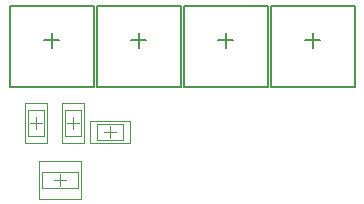
<source format=gbp>
G04*
G04 #@! TF.GenerationSoftware,Altium Limited,Altium Designer,18.1.9 (240)*
G04*
G04 Layer_Color=128*
%FSLAX43Y43*%
%MOMM*%
G71*
G01*
G75*
%ADD11C,0.200*%
%ADD18C,0.100*%
%ADD19C,0.050*%
D11*
X100828Y142264D02*
Y149122D01*
X107940D01*
Y142264D02*
Y149122D01*
X100828Y142264D02*
X107940D01*
X103749Y146201D02*
X105019D01*
X104384Y145566D02*
Y146836D01*
X93462Y142264D02*
Y149122D01*
X100574D01*
Y142264D02*
Y149122D01*
X93462Y142264D02*
X100574D01*
X96383Y146201D02*
X97653D01*
X97018Y145566D02*
Y146836D01*
X86116Y142264D02*
Y149122D01*
X93228D01*
Y142264D02*
Y149122D01*
X86116Y142264D02*
X93228D01*
X89037Y146201D02*
X90307D01*
X89672Y145566D02*
Y146836D01*
X78750Y142264D02*
Y149122D01*
X85862D01*
Y142264D02*
Y149122D01*
X78750Y142264D02*
X85862D01*
X81671Y146201D02*
X82941D01*
X82306Y145566D02*
Y146836D01*
D18*
X81492Y135070D02*
X84492D01*
X81492Y133670D02*
X84492D01*
Y135070D01*
X81492Y133670D02*
Y135070D01*
X80269Y140292D02*
X81619D01*
X80269Y138092D02*
X81619D01*
Y140292D01*
X80269Y138092D02*
Y140292D01*
X83399Y140292D02*
X84749D01*
X83399Y138092D02*
X84749D01*
Y140292D01*
X83399Y138092D02*
Y140292D01*
X86149Y137755D02*
Y139105D01*
X88349Y137755D02*
Y139105D01*
X86149D02*
X88349D01*
X86149Y137755D02*
X88349D01*
X82992Y133870D02*
Y134870D01*
X82492Y134370D02*
X83492D01*
X80944Y138692D02*
Y139692D01*
X80444Y139192D02*
X81444D01*
X84074Y138692D02*
Y139692D01*
X83574Y139192D02*
X84574D01*
X86749Y138430D02*
X87749D01*
X87249Y137930D02*
Y138930D01*
D19*
X81242Y135970D02*
X84742D01*
X81242Y132770D02*
X84742D01*
Y135970D01*
X81242Y132770D02*
Y135970D01*
X79994Y140892D02*
X81894D01*
X79994Y137492D02*
X81894D01*
Y140892D01*
X79994Y137492D02*
Y140892D01*
X83124Y140892D02*
X85024D01*
X83124Y137492D02*
X85024D01*
Y140892D01*
X83124Y137492D02*
Y140892D01*
X85549Y137480D02*
Y139380D01*
X88949Y137480D02*
Y139380D01*
X85549D02*
X88949D01*
X85549Y137480D02*
X88949D01*
M02*

</source>
